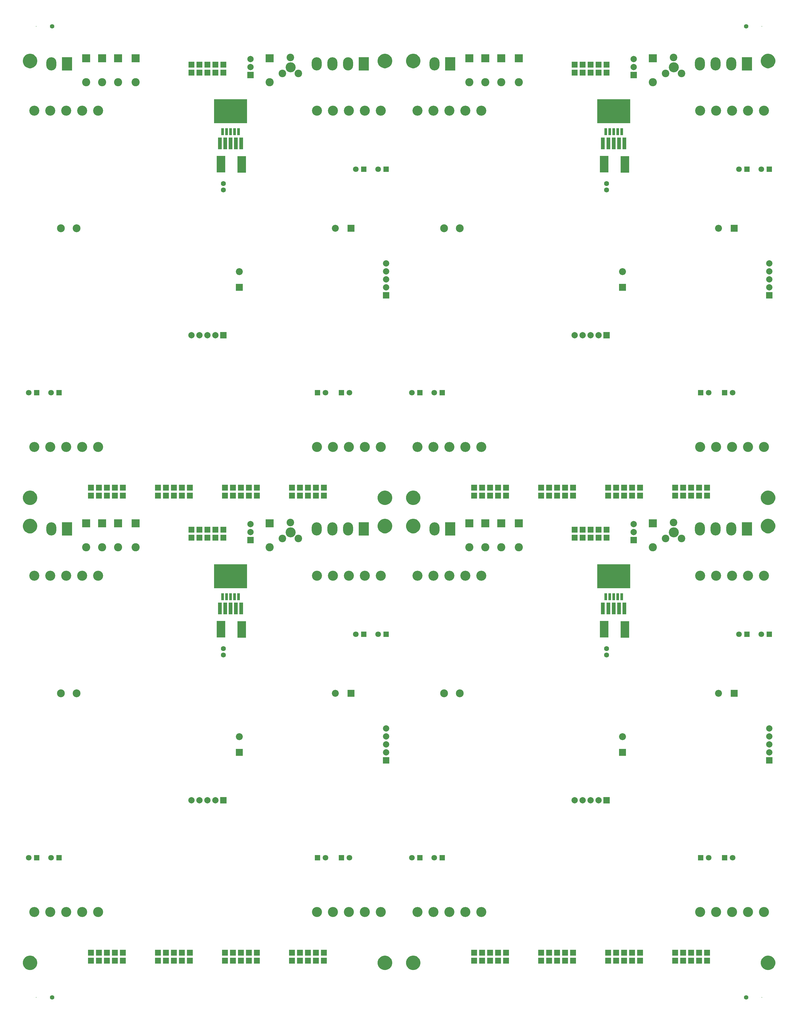
<source format=gts>
%MOIN*%
%OFA0B0*%
%FSLAX44Y44*%
%IPPOS*%
%LPD*%
%ADD57R,0.415992125984252X0.30237007874015748*%
%ADD58R,0.047370078740157487X0.14579527559055119*%
%ADD59R,0.28359055118110238X0.23831496062992127*%
%ADD60R,0.037921259842519685X0.086740157480314953*%
%ADD61R,0.1064251968503937X0.20800000000000002*%
%ADD62C,0.12611023622047243*%
%ADD63R,0.074929133858267716X0.074929133858267716*%
%ADD64C,0.098551181102362218*%
%ADD65C,0.063118110236220479*%
%ADD66C,0.070992125984251975*%
%ADD67R,0.070992125984251975X0.070992125984251975*%
%ADD68C,0.078866141732283471*%
%ADD69R,0.078866141732283471X0.078866141732283471*%
%ADD70C,0.086740157480314953*%
%ADD71R,0.086740157480314953X0.086740157480314953*%
%ADD72R,0.078866141732283471X0.078866141732283471*%
%ADD73R,0.086740157480314953X0.086740157480314953*%
%ADD74R,0.10248818897637797X0.10248818897637797*%
%ADD75C,0.10248818897637797*%
%ADD76O,0.12611023622047243X0.16548031496062993*%
%ADD77R,0.12611023622047243X0.16548031496062993*%
%ADD78C,0.094614173228346463*%
%ADD89R,0.415992125984252X0.30237007874015748*%
%ADD90R,0.047370078740157487X0.14579527559055119*%
%ADD91R,0.28359055118110238X0.23831496062992127*%
%ADD92R,0.037921259842519685X0.086740157480314953*%
%ADD93R,0.1064251968503937X0.20800000000000002*%
%ADD94C,0.12611023622047243*%
%ADD95R,0.074929133858267716X0.074929133858267716*%
%ADD96C,0.098551181102362218*%
%ADD97C,0.063118110236220479*%
%ADD98C,0.070992125984251975*%
%ADD99R,0.070992125984251975X0.070992125984251975*%
%ADD100C,0.078866141732283471*%
%ADD101R,0.078866141732283471X0.078866141732283471*%
%ADD102C,0.086740157480314953*%
%ADD103R,0.086740157480314953X0.086740157480314953*%
%ADD104R,0.078866141732283471X0.078866141732283471*%
%ADD105R,0.086740157480314953X0.086740157480314953*%
%ADD106R,0.10248818897637797X0.10248818897637797*%
%ADD107C,0.10248818897637797*%
%ADD108O,0.12611023622047243X0.16548031496062993*%
%ADD109R,0.12611023622047243X0.16548031496062993*%
%ADD110C,0.094614173228346463*%
%ADD111R,0.415992125984252X0.30237007874015748*%
%ADD112R,0.047370078740157487X0.14579527559055119*%
%ADD113R,0.28359055118110238X0.23831496062992127*%
%ADD114R,0.037921259842519685X0.086740157480314953*%
%ADD115R,0.1064251968503937X0.20800000000000002*%
%ADD116C,0.12611023622047243*%
%ADD117R,0.074929133858267716X0.074929133858267716*%
%ADD118C,0.098551181102362218*%
%ADD119C,0.063118110236220479*%
%ADD120C,0.070992125984251975*%
%ADD121R,0.070992125984251975X0.070992125984251975*%
%ADD122C,0.078866141732283471*%
%ADD123R,0.078866141732283471X0.078866141732283471*%
%ADD124C,0.086740157480314953*%
%ADD125R,0.086740157480314953X0.086740157480314953*%
%ADD126R,0.078866141732283471X0.078866141732283471*%
%ADD127R,0.086740157480314953X0.086740157480314953*%
%ADD128R,0.10248818897637797X0.10248818897637797*%
%ADD129C,0.10248818897637797*%
%ADD130O,0.12611023622047243X0.16548031496062993*%
%ADD131R,0.12611023622047243X0.16548031496062993*%
%ADD132C,0.094614173228346463*%
%ADD133R,0.415992125984252X0.30237007874015748*%
%ADD134R,0.047370078740157487X0.14579527559055119*%
%ADD135R,0.28359055118110238X0.23831496062992127*%
%ADD136R,0.037921259842519685X0.086740157480314953*%
%ADD137R,0.1064251968503937X0.20800000000000002*%
%ADD138C,0.12611023622047243*%
%ADD139R,0.074929133858267716X0.074929133858267716*%
%ADD140C,0.098551181102362218*%
%ADD141C,0.063118110236220479*%
%ADD142C,0.070992125984251975*%
%ADD143R,0.070992125984251975X0.070992125984251975*%
%ADD144C,0.078866141732283471*%
%ADD145R,0.078866141732283471X0.078866141732283471*%
%ADD146C,0.086740157480314953*%
%ADD147R,0.086740157480314953X0.086740157480314953*%
%ADD148R,0.078866141732283471X0.078866141732283471*%
%ADD149R,0.086740157480314953X0.086740157480314953*%
%ADD150R,0.10248818897637797X0.10248818897637797*%
%ADD151C,0.10248818897637797*%
%ADD152O,0.12611023622047243X0.16548031496062993*%
%ADD153R,0.12611023622047243X0.16548031496062993*%
%ADD154C,0.094614173228346463*%
%ADD155C,0.055244094488188983*%
%ADD156C,0.008*%
%ADD157C,0.055244094488188983*%
%ADD158C,0.008*%
G01*
G75*
G36*
X00045933Y00061894D02*
X00046098Y00061826D01*
X00046246Y00061727D01*
X00046372Y00061600D01*
X00046471Y00061452D01*
X00046540Y00061287D01*
X00046574Y00061112D01*
X00046574Y00061023D01*
X00046574Y00060934D01*
X00046540Y00060759D01*
X00046471Y00060594D01*
X00046372Y00060446D01*
X00046246Y00060320D01*
X00046098Y00060221D01*
X00045933Y00060152D01*
X00045758Y00060117D01*
X00045580Y00060117D01*
X00045405Y00060152D01*
X00045240Y00060221D01*
X00045092Y00060320D01*
X00044965Y00060446D01*
X00044866Y00060594D01*
X00044798Y00060759D01*
X00044763Y00060934D01*
X00044763Y00061023D01*
X00044763Y00061112D01*
X00044798Y00061287D01*
X00044866Y00061452D01*
X00044965Y00061600D01*
X00045092Y00061727D01*
X00045240Y00061826D01*
X00045405Y00061894D01*
X00045580Y00061929D01*
X00045758Y00061929D01*
X00045933Y00061894D01*
D02*
G37*
G36*
X00001445Y00061894D02*
X00001610Y00061826D01*
X00001758Y00061727D01*
X00001884Y00061600D01*
X00001983Y00061452D01*
X00002051Y00061287D01*
X00002086Y00061112D01*
X00002086Y00061023D01*
X00002086Y00060934D01*
X00002051Y00060759D01*
X00001983Y00060594D01*
X00001884Y00060446D01*
X00001758Y00060320D01*
X00001610Y00060221D01*
X00001445Y00060152D01*
X00001270Y00060117D01*
X00001091Y00060117D01*
X00000916Y00060152D01*
X00000752Y00060221D01*
X00000603Y00060320D01*
X00000477Y00060446D01*
X00000378Y00060594D01*
X00000310Y00060759D01*
X00000275Y00060934D01*
X00000275Y00061023D01*
X00000275Y00061112D01*
X00000310Y00061287D01*
X00000378Y00061452D01*
X00000477Y00061600D01*
X00000603Y00061727D01*
X00000752Y00061826D01*
X00000916Y00061894D01*
X00001091Y00061929D01*
X00001270Y00061929D01*
X00001445Y00061894D01*
D02*
G37*
G36*
X00045933Y00007170D02*
X00046098Y00007101D01*
X00046246Y00007002D01*
X00046372Y00006876D01*
X00046471Y00006728D01*
X00046540Y00006563D01*
X00046574Y00006388D01*
X00046574Y00006299D01*
X00046574Y00006210D01*
X00046540Y00006035D01*
X00046471Y00005870D01*
X00046372Y00005721D01*
X00046246Y00005595D01*
X00046098Y00005496D01*
X00045933Y00005428D01*
X00045758Y00005393D01*
X00045580Y00005393D01*
X00045405Y00005428D01*
X00045240Y00005496D01*
X00045092Y00005595D01*
X00044965Y00005721D01*
X00044866Y00005870D01*
X00044798Y00006035D01*
X00044763Y00006210D01*
X00044763Y00006299D01*
X00044763Y00006388D01*
X00044798Y00006563D01*
X00044866Y00006728D01*
X00044965Y00006876D01*
X00045092Y00007002D01*
X00045240Y00007101D01*
X00045405Y00007170D01*
X00045580Y00007204D01*
X00045758Y00007204D01*
X00045933Y00007170D01*
D02*
G37*
G36*
X00001445Y00007170D02*
X00001610Y00007101D01*
X00001758Y00007002D01*
X00001884Y00006876D01*
X00001983Y00006728D01*
X00002051Y00006563D01*
X00002086Y00006388D01*
X00002086Y00006299D01*
X00002086Y00006210D01*
X00002051Y00006035D01*
X00001983Y00005870D01*
X00001884Y00005721D01*
X00001758Y00005595D01*
X00001610Y00005496D01*
X00001445Y00005428D01*
X00001270Y00005393D01*
X00001091Y00005393D01*
X00000916Y00005428D01*
X00000752Y00005496D01*
X00000603Y00005595D01*
X00000477Y00005721D01*
X00000378Y00005870D01*
X00000310Y00006035D01*
X00000275Y00006210D01*
X00000275Y00006299D01*
X00000275Y00006388D01*
X00000310Y00006563D01*
X00000378Y00006728D01*
X00000477Y00006876D01*
X00000603Y00007002D01*
X00000752Y00007101D01*
X00000916Y00007170D01*
X00001091Y00007204D01*
X00001270Y00007204D01*
X00001445Y00007170D01*
D02*
G37*
D57*
X00026311Y00054733D02*
D03*
D58*
X00026311Y00050712D02*
D03*
X00025641Y00050712D02*
D03*
X00024971Y00050712D02*
D03*
X00026981Y00050712D02*
D03*
X00027651Y00050712D02*
D03*
D59*
X00026332Y00054832D02*
D03*
D60*
X00026322Y00052165D02*
D03*
X00026832Y00052165D02*
D03*
X00027332Y00052165D02*
D03*
X00025832Y00052165D02*
D03*
X00025332Y00052165D02*
D03*
D61*
X00025125Y00048111D02*
D03*
X00027725Y00048061D02*
D03*
D62*
X00041141Y00012667D02*
D03*
X00043141Y00012667D02*
D03*
X00045141Y00012667D02*
D03*
X00039141Y00012667D02*
D03*
X00037141Y00012667D02*
D03*
X00037141Y00054793D02*
D03*
X00039141Y00054793D02*
D03*
X00045141Y00054793D02*
D03*
X00043141Y00054793D02*
D03*
X00041141Y00054793D02*
D03*
X00005708Y00012667D02*
D03*
X00007708Y00012667D02*
D03*
X00009708Y00012667D02*
D03*
X00003708Y00012667D02*
D03*
X00001708Y00012667D02*
D03*
X00001708Y00054793D02*
D03*
X00003708Y00054793D02*
D03*
X00009708Y00054793D02*
D03*
X00007708Y00054793D02*
D03*
X00005708Y00054793D02*
D03*
X00001181Y00006299D02*
D03*
X00001181Y00061023D02*
D03*
X00045669Y00061023D02*
D03*
X00045669Y00006299D02*
D03*
X00033838Y00060236D02*
D03*
D63*
X00018225Y00007561D02*
D03*
X00018225Y00006561D02*
D03*
X00020225Y00006561D02*
D03*
X00020225Y00007561D02*
D03*
X00019225Y00006561D02*
D03*
X00019225Y00007561D02*
D03*
X00021225Y00007561D02*
D03*
X00021225Y00006561D02*
D03*
X00017225Y00006561D02*
D03*
X00017225Y00007561D02*
D03*
X00035025Y00007561D02*
D03*
X00035025Y00006561D02*
D03*
X00037025Y00006561D02*
D03*
X00037025Y00007561D02*
D03*
X00036025Y00006561D02*
D03*
X00036025Y00007561D02*
D03*
X00038025Y00007561D02*
D03*
X00038025Y00006561D02*
D03*
X00034025Y00006561D02*
D03*
X00034025Y00007561D02*
D03*
X00026625Y00007561D02*
D03*
X00026625Y00006561D02*
D03*
X00028625Y00006561D02*
D03*
X00028625Y00007561D02*
D03*
X00027625Y00006561D02*
D03*
X00027625Y00007561D02*
D03*
X00029625Y00007561D02*
D03*
X00029625Y00006561D02*
D03*
X00025625Y00006561D02*
D03*
X00025625Y00007561D02*
D03*
X00009825Y00007561D02*
D03*
X00009825Y00006561D02*
D03*
X00011825Y00006561D02*
D03*
X00011825Y00007561D02*
D03*
X00010825Y00006561D02*
D03*
X00010825Y00007561D02*
D03*
X00012825Y00007561D02*
D03*
X00012825Y00006561D02*
D03*
X00008825Y00006561D02*
D03*
X00008825Y00007561D02*
D03*
X00025425Y00059561D02*
D03*
X00025425Y00060561D02*
D03*
X00021425Y00060561D02*
D03*
X00021425Y00059561D02*
D03*
X00023425Y00059561D02*
D03*
X00023425Y00060561D02*
D03*
X00022425Y00059561D02*
D03*
X00022425Y00060561D02*
D03*
X00024425Y00060561D02*
D03*
X00024425Y00059561D02*
D03*
D64*
X00007009Y00040061D02*
D03*
X00005040Y00040061D02*
D03*
D65*
X00025425Y00044874D02*
D03*
X00025425Y00045661D02*
D03*
D66*
X00001025Y00019461D02*
D03*
X00003825Y00019461D02*
D03*
X00041225Y00019461D02*
D03*
X00038225Y00019461D02*
D03*
X00044825Y00047461D02*
D03*
X00042025Y00047461D02*
D03*
D67*
X00002025Y00019461D02*
D03*
X00004825Y00019461D02*
D03*
X00040225Y00019461D02*
D03*
X00037225Y00019461D02*
D03*
X00045825Y00047461D02*
D03*
X00043025Y00047461D02*
D03*
D68*
X00021425Y00026661D02*
D03*
X00022425Y00026661D02*
D03*
X00023425Y00026661D02*
D03*
X00024425Y00026661D02*
D03*
X00045825Y00035661D02*
D03*
X00045825Y00034661D02*
D03*
X00045825Y00033661D02*
D03*
X00045825Y00032661D02*
D03*
X00028825Y00060261D02*
D03*
X00028825Y00061261D02*
D03*
D69*
X00025425Y00026661D02*
D03*
D70*
X00027425Y00034645D02*
D03*
X00039440Y00040061D02*
D03*
D71*
X00027425Y00032677D02*
D03*
D72*
X00045825Y00031661D02*
D03*
X00028825Y00059261D02*
D03*
D73*
X00041409Y00040061D02*
D03*
D74*
X00031225Y00061361D02*
D03*
X00014425Y00061361D02*
D03*
X00012225Y00061361D02*
D03*
X00010225Y00061361D02*
D03*
X00008225Y00061361D02*
D03*
D75*
X00031225Y00058361D02*
D03*
X00014425Y00058361D02*
D03*
X00012225Y00058361D02*
D03*
X00010225Y00058361D02*
D03*
X00008225Y00058361D02*
D03*
D76*
X00037119Y00060661D02*
D03*
X00039088Y00060661D02*
D03*
X00041056Y00060661D02*
D03*
X00003856Y00060661D02*
D03*
D77*
X00043025Y00060661D02*
D03*
X00005825Y00060661D02*
D03*
D78*
X00033825Y00061461D02*
D03*
X00034825Y00059461D02*
D03*
X00032825Y00059461D02*
D03*
G04 next file*
G04 Layer_Color=8388736*
G04 skipping 71
G01*
G75*
G36*
X00045933Y00120162D02*
X00046098Y00120093D01*
X00046246Y00119994D01*
X00046372Y00119868D01*
X00046471Y00119720D01*
X00046540Y00119555D01*
X00046574Y00119380D01*
X00046574Y00119291D01*
X00046574Y00119202D01*
X00046540Y00119027D01*
X00046471Y00118862D01*
X00046372Y00118714D01*
X00046246Y00118587D01*
X00046098Y00118488D01*
X00045933Y00118420D01*
X00045758Y00118385D01*
X00045580Y00118385D01*
X00045405Y00118420D01*
X00045240Y00118488D01*
X00045092Y00118587D01*
X00044965Y00118714D01*
X00044866Y00118862D01*
X00044798Y00119027D01*
X00044763Y00119202D01*
X00044763Y00119291D01*
X00044763Y00119380D01*
X00044798Y00119555D01*
X00044866Y00119720D01*
X00044965Y00119868D01*
X00045092Y00119994D01*
X00045240Y00120093D01*
X00045405Y00120162D01*
X00045580Y00120196D01*
X00045758Y00120196D01*
X00045933Y00120162D01*
D02*
G37*
G36*
X00001445Y00120162D02*
X00001610Y00120093D01*
X00001758Y00119994D01*
X00001884Y00119868D01*
X00001983Y00119720D01*
X00002051Y00119555D01*
X00002086Y00119380D01*
X00002086Y00119291D01*
X00002086Y00119202D01*
X00002051Y00119027D01*
X00001983Y00118862D01*
X00001884Y00118714D01*
X00001758Y00118587D01*
X00001610Y00118488D01*
X00001445Y00118420D01*
X00001270Y00118385D01*
X00001091Y00118385D01*
X00000916Y00118420D01*
X00000752Y00118488D01*
X00000603Y00118587D01*
X00000477Y00118714D01*
X00000378Y00118862D01*
X00000310Y00119027D01*
X00000275Y00119202D01*
X00000275Y00119291D01*
X00000275Y00119380D01*
X00000310Y00119555D01*
X00000378Y00119720D01*
X00000477Y00119868D01*
X00000603Y00119994D01*
X00000752Y00120093D01*
X00000916Y00120162D01*
X00001091Y00120196D01*
X00001270Y00120196D01*
X00001445Y00120162D01*
D02*
G37*
G36*
X00045933Y00065437D02*
X00046098Y00065369D01*
X00046246Y00065270D01*
X00046372Y00065144D01*
X00046471Y00064995D01*
X00046540Y00064831D01*
X00046574Y00064656D01*
X00046574Y00064566D01*
X00046574Y00064477D01*
X00046540Y00064302D01*
X00046471Y00064137D01*
X00046372Y00063989D01*
X00046246Y00063863D01*
X00046098Y00063764D01*
X00045933Y00063696D01*
X00045758Y00063661D01*
X00045580Y00063661D01*
X00045405Y00063696D01*
X00045240Y00063764D01*
X00045092Y00063863D01*
X00044965Y00063989D01*
X00044866Y00064137D01*
X00044798Y00064302D01*
X00044763Y00064477D01*
X00044763Y00064566D01*
X00044763Y00064656D01*
X00044798Y00064831D01*
X00044866Y00064995D01*
X00044965Y00065144D01*
X00045092Y00065270D01*
X00045240Y00065369D01*
X00045405Y00065437D01*
X00045580Y00065472D01*
X00045758Y00065472D01*
X00045933Y00065437D01*
D02*
G37*
G36*
X00001445Y00065437D02*
X00001610Y00065369D01*
X00001758Y00065270D01*
X00001884Y00065144D01*
X00001983Y00064995D01*
X00002051Y00064831D01*
X00002086Y00064656D01*
X00002086Y00064566D01*
X00002086Y00064477D01*
X00002051Y00064302D01*
X00001983Y00064137D01*
X00001884Y00063989D01*
X00001758Y00063863D01*
X00001610Y00063764D01*
X00001445Y00063696D01*
X00001270Y00063661D01*
X00001091Y00063661D01*
X00000916Y00063696D01*
X00000752Y00063764D01*
X00000603Y00063863D01*
X00000477Y00063989D01*
X00000378Y00064137D01*
X00000310Y00064302D01*
X00000275Y00064477D01*
X00000275Y00064566D01*
X00000275Y00064656D01*
X00000310Y00064831D01*
X00000378Y00064995D01*
X00000477Y00065144D01*
X00000603Y00065270D01*
X00000752Y00065369D01*
X00000916Y00065437D01*
X00001091Y00065472D01*
X00001270Y00065472D01*
X00001445Y00065437D01*
D02*
G37*
D89*
X00026311Y00113000D02*
D03*
D90*
X00026311Y00108980D02*
D03*
X00025641Y00108980D02*
D03*
X00024971Y00108980D02*
D03*
X00026981Y00108980D02*
D03*
X00027651Y00108980D02*
D03*
D91*
X00026332Y00113100D02*
D03*
D92*
X00026322Y00110433D02*
D03*
X00026832Y00110433D02*
D03*
X00027332Y00110433D02*
D03*
X00025832Y00110433D02*
D03*
X00025332Y00110433D02*
D03*
D93*
X00025125Y00106379D02*
D03*
X00027725Y00106329D02*
D03*
D94*
X00041141Y00070935D02*
D03*
X00043141Y00070935D02*
D03*
X00045141Y00070935D02*
D03*
X00039141Y00070935D02*
D03*
X00037141Y00070935D02*
D03*
X00037141Y00113061D02*
D03*
X00039141Y00113061D02*
D03*
X00045141Y00113061D02*
D03*
X00043141Y00113061D02*
D03*
X00041141Y00113061D02*
D03*
X00005708Y00070935D02*
D03*
X00007708Y00070935D02*
D03*
X00009708Y00070935D02*
D03*
X00003708Y00070935D02*
D03*
X00001708Y00070935D02*
D03*
X00001708Y00113061D02*
D03*
X00003708Y00113061D02*
D03*
X00009708Y00113061D02*
D03*
X00007708Y00113061D02*
D03*
X00005708Y00113061D02*
D03*
X00001181Y00064566D02*
D03*
X00001181Y00119291D02*
D03*
X00045669Y00119291D02*
D03*
X00045669Y00064566D02*
D03*
X00033838Y00118503D02*
D03*
D95*
X00018225Y00065829D02*
D03*
X00018225Y00064829D02*
D03*
X00020225Y00064829D02*
D03*
X00020225Y00065829D02*
D03*
X00019225Y00064829D02*
D03*
X00019225Y00065829D02*
D03*
X00021225Y00065829D02*
D03*
X00021225Y00064829D02*
D03*
X00017225Y00064829D02*
D03*
X00017225Y00065829D02*
D03*
X00035025Y00065829D02*
D03*
X00035025Y00064829D02*
D03*
X00037025Y00064829D02*
D03*
X00037025Y00065829D02*
D03*
X00036025Y00064829D02*
D03*
X00036025Y00065829D02*
D03*
X00038025Y00065829D02*
D03*
X00038025Y00064829D02*
D03*
X00034025Y00064829D02*
D03*
X00034025Y00065829D02*
D03*
X00026625Y00065829D02*
D03*
X00026625Y00064829D02*
D03*
X00028625Y00064829D02*
D03*
X00028625Y00065829D02*
D03*
X00027625Y00064829D02*
D03*
X00027625Y00065829D02*
D03*
X00029625Y00065829D02*
D03*
X00029625Y00064829D02*
D03*
X00025625Y00064829D02*
D03*
X00025625Y00065829D02*
D03*
X00009825Y00065829D02*
D03*
X00009825Y00064829D02*
D03*
X00011825Y00064829D02*
D03*
X00011825Y00065829D02*
D03*
X00010825Y00064829D02*
D03*
X00010825Y00065829D02*
D03*
X00012825Y00065829D02*
D03*
X00012825Y00064829D02*
D03*
X00008825Y00064829D02*
D03*
X00008825Y00065829D02*
D03*
X00025425Y00117829D02*
D03*
X00025425Y00118829D02*
D03*
X00021425Y00118829D02*
D03*
X00021425Y00117829D02*
D03*
X00023425Y00117829D02*
D03*
X00023425Y00118829D02*
D03*
X00022425Y00117829D02*
D03*
X00022425Y00118829D02*
D03*
X00024425Y00118829D02*
D03*
X00024425Y00117829D02*
D03*
D96*
X00007009Y00098329D02*
D03*
X00005040Y00098329D02*
D03*
D97*
X00025425Y00103141D02*
D03*
X00025425Y00103929D02*
D03*
D98*
X00001025Y00077729D02*
D03*
X00003825Y00077729D02*
D03*
X00041225Y00077729D02*
D03*
X00038225Y00077729D02*
D03*
X00044825Y00105729D02*
D03*
X00042025Y00105729D02*
D03*
D99*
X00002025Y00077729D02*
D03*
X00004825Y00077729D02*
D03*
X00040225Y00077729D02*
D03*
X00037225Y00077729D02*
D03*
X00045825Y00105729D02*
D03*
X00043025Y00105729D02*
D03*
D100*
X00021425Y00084929D02*
D03*
X00022425Y00084929D02*
D03*
X00023425Y00084929D02*
D03*
X00024425Y00084929D02*
D03*
X00045825Y00093929D02*
D03*
X00045825Y00092929D02*
D03*
X00045825Y00091929D02*
D03*
X00045825Y00090929D02*
D03*
X00028825Y00118529D02*
D03*
X00028825Y00119529D02*
D03*
D101*
X00025425Y00084929D02*
D03*
D102*
X00027425Y00092913D02*
D03*
X00039440Y00098329D02*
D03*
D103*
X00027425Y00090944D02*
D03*
D104*
X00045825Y00089929D02*
D03*
X00028825Y00117529D02*
D03*
D105*
X00041409Y00098329D02*
D03*
D106*
X00031225Y00119629D02*
D03*
X00014425Y00119629D02*
D03*
X00012225Y00119629D02*
D03*
X00010225Y00119629D02*
D03*
X00008225Y00119629D02*
D03*
D107*
X00031225Y00116629D02*
D03*
X00014425Y00116629D02*
D03*
X00012225Y00116629D02*
D03*
X00010225Y00116629D02*
D03*
X00008225Y00116629D02*
D03*
D108*
X00037119Y00118929D02*
D03*
X00039088Y00118929D02*
D03*
X00041056Y00118929D02*
D03*
X00003856Y00118929D02*
D03*
D109*
X00043025Y00118929D02*
D03*
X00005825Y00118929D02*
D03*
D110*
X00033825Y00119729D02*
D03*
X00034825Y00117729D02*
D03*
X00032825Y00117729D02*
D03*
G04 next file*
G04 Layer_Color=8388736*
G04 skipping 71
G01*
G75*
G36*
X00093964Y00061894D02*
X00094129Y00061826D01*
X00094278Y00061727D01*
X00094404Y00061600D01*
X00094503Y00061452D01*
X00094571Y00061287D01*
X00094606Y00061112D01*
X00094606Y00061023D01*
X00094606Y00060934D01*
X00094571Y00060759D01*
X00094503Y00060594D01*
X00094404Y00060446D01*
X00094278Y00060320D01*
X00094129Y00060221D01*
X00093964Y00060152D01*
X00093790Y00060117D01*
X00093611Y00060117D01*
X00093436Y00060152D01*
X00093271Y00060221D01*
X00093123Y00060320D01*
X00092997Y00060446D01*
X00092898Y00060594D01*
X00092830Y00060759D01*
X00092795Y00060934D01*
X00092795Y00061023D01*
X00092795Y00061112D01*
X00092830Y00061287D01*
X00092898Y00061452D01*
X00092997Y00061600D01*
X00093123Y00061727D01*
X00093271Y00061826D01*
X00093436Y00061894D01*
X00093611Y00061929D01*
X00093790Y00061929D01*
X00093964Y00061894D01*
D02*
G37*
G36*
X00049476Y00061894D02*
X00049641Y00061826D01*
X00049789Y00061727D01*
X00049916Y00061600D01*
X00050015Y00061452D01*
X00050083Y00061287D01*
X00050118Y00061112D01*
X00050118Y00061023D01*
X00050118Y00060934D01*
X00050083Y00060759D01*
X00050015Y00060594D01*
X00049916Y00060446D01*
X00049789Y00060320D01*
X00049641Y00060221D01*
X00049476Y00060152D01*
X00049301Y00060117D01*
X00049123Y00060117D01*
X00048948Y00060152D01*
X00048783Y00060221D01*
X00048635Y00060320D01*
X00048509Y00060446D01*
X00048410Y00060594D01*
X00048341Y00060759D01*
X00048306Y00060934D01*
X00048306Y00061023D01*
X00048306Y00061112D01*
X00048341Y00061287D01*
X00048410Y00061452D01*
X00048509Y00061600D01*
X00048635Y00061727D01*
X00048783Y00061826D01*
X00048948Y00061894D01*
X00049123Y00061929D01*
X00049301Y00061929D01*
X00049476Y00061894D01*
D02*
G37*
G36*
X00093964Y00007170D02*
X00094129Y00007101D01*
X00094278Y00007002D01*
X00094404Y00006876D01*
X00094503Y00006728D01*
X00094571Y00006563D01*
X00094606Y00006388D01*
X00094606Y00006299D01*
X00094606Y00006210D01*
X00094571Y00006035D01*
X00094503Y00005870D01*
X00094404Y00005721D01*
X00094278Y00005595D01*
X00094129Y00005496D01*
X00093964Y00005428D01*
X00093790Y00005393D01*
X00093611Y00005393D01*
X00093436Y00005428D01*
X00093271Y00005496D01*
X00093123Y00005595D01*
X00092997Y00005721D01*
X00092898Y00005870D01*
X00092830Y00006035D01*
X00092795Y00006210D01*
X00092795Y00006299D01*
X00092795Y00006388D01*
X00092830Y00006563D01*
X00092898Y00006728D01*
X00092997Y00006876D01*
X00093123Y00007002D01*
X00093271Y00007101D01*
X00093436Y00007170D01*
X00093611Y00007204D01*
X00093790Y00007204D01*
X00093964Y00007170D01*
D02*
G37*
G36*
X00049476Y00007170D02*
X00049641Y00007101D01*
X00049789Y00007002D01*
X00049916Y00006876D01*
X00050015Y00006728D01*
X00050083Y00006563D01*
X00050118Y00006388D01*
X00050118Y00006299D01*
X00050118Y00006210D01*
X00050083Y00006035D01*
X00050015Y00005870D01*
X00049916Y00005721D01*
X00049789Y00005595D01*
X00049641Y00005496D01*
X00049476Y00005428D01*
X00049301Y00005393D01*
X00049123Y00005393D01*
X00048948Y00005428D01*
X00048783Y00005496D01*
X00048635Y00005595D01*
X00048509Y00005721D01*
X00048410Y00005870D01*
X00048341Y00006035D01*
X00048306Y00006210D01*
X00048306Y00006299D01*
X00048306Y00006388D01*
X00048341Y00006563D01*
X00048410Y00006728D01*
X00048509Y00006876D01*
X00048635Y00007002D01*
X00048783Y00007101D01*
X00048948Y00007170D01*
X00049123Y00007204D01*
X00049301Y00007204D01*
X00049476Y00007170D01*
D02*
G37*
D111*
X00074343Y00054733D02*
D03*
D112*
X00074343Y00050712D02*
D03*
X00073673Y00050712D02*
D03*
X00073002Y00050712D02*
D03*
X00075013Y00050712D02*
D03*
X00075683Y00050712D02*
D03*
D113*
X00074364Y00054832D02*
D03*
D114*
X00074354Y00052165D02*
D03*
X00074864Y00052165D02*
D03*
X00075364Y00052165D02*
D03*
X00073864Y00052165D02*
D03*
X00073364Y00052165D02*
D03*
D115*
X00073156Y00048111D02*
D03*
X00075756Y00048061D02*
D03*
D116*
X00089173Y00012667D02*
D03*
X00091173Y00012667D02*
D03*
X00093173Y00012667D02*
D03*
X00087173Y00012667D02*
D03*
X00085173Y00012667D02*
D03*
X00085173Y00054793D02*
D03*
X00087173Y00054793D02*
D03*
X00093173Y00054793D02*
D03*
X00091173Y00054793D02*
D03*
X00089173Y00054793D02*
D03*
X00053740Y00012667D02*
D03*
X00055740Y00012667D02*
D03*
X00057740Y00012667D02*
D03*
X00051740Y00012667D02*
D03*
X00049740Y00012667D02*
D03*
X00049740Y00054793D02*
D03*
X00051740Y00054793D02*
D03*
X00057740Y00054793D02*
D03*
X00055740Y00054793D02*
D03*
X00053740Y00054793D02*
D03*
X00049212Y00006299D02*
D03*
X00049212Y00061023D02*
D03*
X00093700Y00061023D02*
D03*
X00093700Y00006299D02*
D03*
X00081870Y00060236D02*
D03*
D117*
X00066256Y00007561D02*
D03*
X00066256Y00006561D02*
D03*
X00068256Y00006561D02*
D03*
X00068256Y00007561D02*
D03*
X00067256Y00006561D02*
D03*
X00067256Y00007561D02*
D03*
X00069256Y00007561D02*
D03*
X00069256Y00006561D02*
D03*
X00065256Y00006561D02*
D03*
X00065256Y00007561D02*
D03*
X00083056Y00007561D02*
D03*
X00083056Y00006561D02*
D03*
X00085056Y00006561D02*
D03*
X00085056Y00007561D02*
D03*
X00084056Y00006561D02*
D03*
X00084056Y00007561D02*
D03*
X00086056Y00007561D02*
D03*
X00086056Y00006561D02*
D03*
X00082056Y00006561D02*
D03*
X00082056Y00007561D02*
D03*
X00074656Y00007561D02*
D03*
X00074656Y00006561D02*
D03*
X00076656Y00006561D02*
D03*
X00076656Y00007561D02*
D03*
X00075656Y00006561D02*
D03*
X00075656Y00007561D02*
D03*
X00077656Y00007561D02*
D03*
X00077656Y00006561D02*
D03*
X00073656Y00006561D02*
D03*
X00073656Y00007561D02*
D03*
X00057856Y00007561D02*
D03*
X00057856Y00006561D02*
D03*
X00059856Y00006561D02*
D03*
X00059856Y00007561D02*
D03*
X00058856Y00006561D02*
D03*
X00058856Y00007561D02*
D03*
X00060856Y00007561D02*
D03*
X00060856Y00006561D02*
D03*
X00056856Y00006561D02*
D03*
X00056856Y00007561D02*
D03*
X00073456Y00059561D02*
D03*
X00073456Y00060561D02*
D03*
X00069456Y00060561D02*
D03*
X00069456Y00059561D02*
D03*
X00071456Y00059561D02*
D03*
X00071456Y00060561D02*
D03*
X00070456Y00059561D02*
D03*
X00070456Y00060561D02*
D03*
X00072456Y00060561D02*
D03*
X00072456Y00059561D02*
D03*
D118*
X00055040Y00040061D02*
D03*
X00053072Y00040061D02*
D03*
D119*
X00073456Y00044874D02*
D03*
X00073456Y00045661D02*
D03*
D120*
X00049056Y00019461D02*
D03*
X00051856Y00019461D02*
D03*
X00089256Y00019461D02*
D03*
X00086256Y00019461D02*
D03*
X00092856Y00047461D02*
D03*
X00090056Y00047461D02*
D03*
D121*
X00050056Y00019461D02*
D03*
X00052856Y00019461D02*
D03*
X00088256Y00019461D02*
D03*
X00085256Y00019461D02*
D03*
X00093856Y00047461D02*
D03*
X00091056Y00047461D02*
D03*
D122*
X00069456Y00026661D02*
D03*
X00070456Y00026661D02*
D03*
X00071456Y00026661D02*
D03*
X00072456Y00026661D02*
D03*
X00093856Y00035661D02*
D03*
X00093856Y00034661D02*
D03*
X00093856Y00033661D02*
D03*
X00093856Y00032661D02*
D03*
X00076856Y00060261D02*
D03*
X00076856Y00061261D02*
D03*
D123*
X00073456Y00026661D02*
D03*
D124*
X00075456Y00034645D02*
D03*
X00087472Y00040061D02*
D03*
D125*
X00075456Y00032677D02*
D03*
D126*
X00093856Y00031661D02*
D03*
X00076856Y00059261D02*
D03*
D127*
X00089440Y00040061D02*
D03*
D128*
X00079256Y00061361D02*
D03*
X00062456Y00061361D02*
D03*
X00060256Y00061361D02*
D03*
X00058256Y00061361D02*
D03*
X00056256Y00061361D02*
D03*
D129*
X00079256Y00058361D02*
D03*
X00062456Y00058361D02*
D03*
X00060256Y00058361D02*
D03*
X00058256Y00058361D02*
D03*
X00056256Y00058361D02*
D03*
D130*
X00085151Y00060661D02*
D03*
X00087119Y00060661D02*
D03*
X00089088Y00060661D02*
D03*
X00051888Y00060661D02*
D03*
D131*
X00091056Y00060661D02*
D03*
X00053856Y00060661D02*
D03*
D132*
X00081856Y00061461D02*
D03*
X00082856Y00059461D02*
D03*
X00080856Y00059461D02*
D03*
G04 next file*
G04 Layer_Color=8388736*
G04 skipping 71
G01*
G75*
G36*
X00093964Y00120162D02*
X00094129Y00120093D01*
X00094278Y00119994D01*
X00094404Y00119868D01*
X00094503Y00119720D01*
X00094571Y00119555D01*
X00094606Y00119380D01*
X00094606Y00119291D01*
X00094606Y00119202D01*
X00094571Y00119027D01*
X00094503Y00118862D01*
X00094404Y00118714D01*
X00094278Y00118587D01*
X00094129Y00118488D01*
X00093964Y00118420D01*
X00093790Y00118385D01*
X00093611Y00118385D01*
X00093436Y00118420D01*
X00093271Y00118488D01*
X00093123Y00118587D01*
X00092997Y00118714D01*
X00092898Y00118862D01*
X00092830Y00119027D01*
X00092795Y00119202D01*
X00092795Y00119291D01*
X00092795Y00119380D01*
X00092830Y00119555D01*
X00092898Y00119720D01*
X00092997Y00119868D01*
X00093123Y00119994D01*
X00093271Y00120093D01*
X00093436Y00120162D01*
X00093611Y00120196D01*
X00093790Y00120196D01*
X00093964Y00120162D01*
D02*
G37*
G36*
X00049476Y00120162D02*
X00049641Y00120093D01*
X00049789Y00119994D01*
X00049916Y00119868D01*
X00050015Y00119720D01*
X00050083Y00119555D01*
X00050118Y00119380D01*
X00050118Y00119291D01*
X00050118Y00119202D01*
X00050083Y00119027D01*
X00050015Y00118862D01*
X00049916Y00118714D01*
X00049789Y00118587D01*
X00049641Y00118488D01*
X00049476Y00118420D01*
X00049301Y00118385D01*
X00049123Y00118385D01*
X00048948Y00118420D01*
X00048783Y00118488D01*
X00048635Y00118587D01*
X00048509Y00118714D01*
X00048410Y00118862D01*
X00048341Y00119027D01*
X00048306Y00119202D01*
X00048306Y00119291D01*
X00048306Y00119380D01*
X00048341Y00119555D01*
X00048410Y00119720D01*
X00048509Y00119868D01*
X00048635Y00119994D01*
X00048783Y00120093D01*
X00048948Y00120162D01*
X00049123Y00120196D01*
X00049301Y00120196D01*
X00049476Y00120162D01*
D02*
G37*
G36*
X00093964Y00065437D02*
X00094129Y00065369D01*
X00094278Y00065270D01*
X00094404Y00065144D01*
X00094503Y00064995D01*
X00094571Y00064831D01*
X00094606Y00064656D01*
X00094606Y00064566D01*
X00094606Y00064477D01*
X00094571Y00064302D01*
X00094503Y00064137D01*
X00094404Y00063989D01*
X00094278Y00063863D01*
X00094129Y00063764D01*
X00093964Y00063696D01*
X00093790Y00063661D01*
X00093611Y00063661D01*
X00093436Y00063696D01*
X00093271Y00063764D01*
X00093123Y00063863D01*
X00092997Y00063989D01*
X00092898Y00064137D01*
X00092830Y00064302D01*
X00092795Y00064477D01*
X00092795Y00064566D01*
X00092795Y00064656D01*
X00092830Y00064831D01*
X00092898Y00064995D01*
X00092997Y00065144D01*
X00093123Y00065270D01*
X00093271Y00065369D01*
X00093436Y00065437D01*
X00093611Y00065472D01*
X00093790Y00065472D01*
X00093964Y00065437D01*
D02*
G37*
G36*
X00049476Y00065437D02*
X00049641Y00065369D01*
X00049789Y00065270D01*
X00049916Y00065144D01*
X00050015Y00064995D01*
X00050083Y00064831D01*
X00050118Y00064656D01*
X00050118Y00064566D01*
X00050118Y00064477D01*
X00050083Y00064302D01*
X00050015Y00064137D01*
X00049916Y00063989D01*
X00049789Y00063863D01*
X00049641Y00063764D01*
X00049476Y00063696D01*
X00049301Y00063661D01*
X00049123Y00063661D01*
X00048948Y00063696D01*
X00048783Y00063764D01*
X00048635Y00063863D01*
X00048509Y00063989D01*
X00048410Y00064137D01*
X00048341Y00064302D01*
X00048306Y00064477D01*
X00048306Y00064566D01*
X00048306Y00064656D01*
X00048341Y00064831D01*
X00048410Y00064995D01*
X00048509Y00065144D01*
X00048635Y00065270D01*
X00048783Y00065369D01*
X00048948Y00065437D01*
X00049123Y00065472D01*
X00049301Y00065472D01*
X00049476Y00065437D01*
D02*
G37*
D133*
X00074343Y00113000D02*
D03*
D134*
X00074343Y00108980D02*
D03*
X00073673Y00108980D02*
D03*
X00073002Y00108980D02*
D03*
X00075013Y00108980D02*
D03*
X00075683Y00108980D02*
D03*
D135*
X00074364Y00113100D02*
D03*
D136*
X00074354Y00110433D02*
D03*
X00074864Y00110433D02*
D03*
X00075364Y00110433D02*
D03*
X00073864Y00110433D02*
D03*
X00073364Y00110433D02*
D03*
D137*
X00073156Y00106379D02*
D03*
X00075756Y00106329D02*
D03*
D138*
X00089173Y00070935D02*
D03*
X00091173Y00070935D02*
D03*
X00093173Y00070935D02*
D03*
X00087173Y00070935D02*
D03*
X00085173Y00070935D02*
D03*
X00085173Y00113061D02*
D03*
X00087173Y00113061D02*
D03*
X00093173Y00113061D02*
D03*
X00091173Y00113061D02*
D03*
X00089173Y00113061D02*
D03*
X00053740Y00070935D02*
D03*
X00055740Y00070935D02*
D03*
X00057740Y00070935D02*
D03*
X00051740Y00070935D02*
D03*
X00049740Y00070935D02*
D03*
X00049740Y00113061D02*
D03*
X00051740Y00113061D02*
D03*
X00057740Y00113061D02*
D03*
X00055740Y00113061D02*
D03*
X00053740Y00113061D02*
D03*
X00049212Y00064566D02*
D03*
X00049212Y00119291D02*
D03*
X00093700Y00119291D02*
D03*
X00093700Y00064566D02*
D03*
X00081870Y00118503D02*
D03*
D139*
X00066256Y00065829D02*
D03*
X00066256Y00064829D02*
D03*
X00068256Y00064829D02*
D03*
X00068256Y00065829D02*
D03*
X00067256Y00064829D02*
D03*
X00067256Y00065829D02*
D03*
X00069256Y00065829D02*
D03*
X00069256Y00064829D02*
D03*
X00065256Y00064829D02*
D03*
X00065256Y00065829D02*
D03*
X00083056Y00065829D02*
D03*
X00083056Y00064829D02*
D03*
X00085056Y00064829D02*
D03*
X00085056Y00065829D02*
D03*
X00084056Y00064829D02*
D03*
X00084056Y00065829D02*
D03*
X00086056Y00065829D02*
D03*
X00086056Y00064829D02*
D03*
X00082056Y00064829D02*
D03*
X00082056Y00065829D02*
D03*
X00074656Y00065829D02*
D03*
X00074656Y00064829D02*
D03*
X00076656Y00064829D02*
D03*
X00076656Y00065829D02*
D03*
X00075656Y00064829D02*
D03*
X00075656Y00065829D02*
D03*
X00077656Y00065829D02*
D03*
X00077656Y00064829D02*
D03*
X00073656Y00064829D02*
D03*
X00073656Y00065829D02*
D03*
X00057856Y00065829D02*
D03*
X00057856Y00064829D02*
D03*
X00059856Y00064829D02*
D03*
X00059856Y00065829D02*
D03*
X00058856Y00064829D02*
D03*
X00058856Y00065829D02*
D03*
X00060856Y00065829D02*
D03*
X00060856Y00064829D02*
D03*
X00056856Y00064829D02*
D03*
X00056856Y00065829D02*
D03*
X00073456Y00117829D02*
D03*
X00073456Y00118829D02*
D03*
X00069456Y00118829D02*
D03*
X00069456Y00117829D02*
D03*
X00071456Y00117829D02*
D03*
X00071456Y00118829D02*
D03*
X00070456Y00117829D02*
D03*
X00070456Y00118829D02*
D03*
X00072456Y00118829D02*
D03*
X00072456Y00117829D02*
D03*
D140*
X00055040Y00098329D02*
D03*
X00053072Y00098329D02*
D03*
D141*
X00073456Y00103141D02*
D03*
X00073456Y00103929D02*
D03*
D142*
X00049056Y00077729D02*
D03*
X00051856Y00077729D02*
D03*
X00089256Y00077729D02*
D03*
X00086256Y00077729D02*
D03*
X00092856Y00105729D02*
D03*
X00090056Y00105729D02*
D03*
D143*
X00050056Y00077729D02*
D03*
X00052856Y00077729D02*
D03*
X00088256Y00077729D02*
D03*
X00085256Y00077729D02*
D03*
X00093856Y00105729D02*
D03*
X00091056Y00105729D02*
D03*
D144*
X00069456Y00084929D02*
D03*
X00070456Y00084929D02*
D03*
X00071456Y00084929D02*
D03*
X00072456Y00084929D02*
D03*
X00093856Y00093929D02*
D03*
X00093856Y00092929D02*
D03*
X00093856Y00091929D02*
D03*
X00093856Y00090929D02*
D03*
X00076856Y00118529D02*
D03*
X00076856Y00119529D02*
D03*
D145*
X00073456Y00084929D02*
D03*
D146*
X00075456Y00092913D02*
D03*
X00087472Y00098329D02*
D03*
D147*
X00075456Y00090944D02*
D03*
D148*
X00093856Y00089929D02*
D03*
X00076856Y00117529D02*
D03*
D149*
X00089440Y00098329D02*
D03*
D150*
X00079256Y00119629D02*
D03*
X00062456Y00119629D02*
D03*
X00060256Y00119629D02*
D03*
X00058256Y00119629D02*
D03*
X00056256Y00119629D02*
D03*
D151*
X00079256Y00116629D02*
D03*
X00062456Y00116629D02*
D03*
X00060256Y00116629D02*
D03*
X00058256Y00116629D02*
D03*
X00056256Y00116629D02*
D03*
D152*
X00085151Y00118929D02*
D03*
X00087119Y00118929D02*
D03*
X00089088Y00118929D02*
D03*
X00051888Y00118929D02*
D03*
D153*
X00091056Y00118929D02*
D03*
X00053856Y00118929D02*
D03*
D154*
X00081856Y00119729D02*
D03*
X00082856Y00117729D02*
D03*
X00080856Y00117729D02*
D03*
G04 next file*
G04 Layer_Color=8388736*
G04 skipping 71
G01*
G75*
D155*
X00090944Y00123622D02*
D03*
X00003937Y00123622D02*
D03*
D156*
X00092913Y00123622D02*
D03*
X00001968Y00123622D02*
D03*
G04 next file*
G04 Layer_Color=8388736*
G04 skipping 71
G01*
G75*
D157*
X00003937Y00001968D02*
D03*
X00090944Y00001968D02*
D03*
D158*
X00001968Y00001968D02*
D03*
X00092913Y00001968D02*
D03*
M02*
</source>
